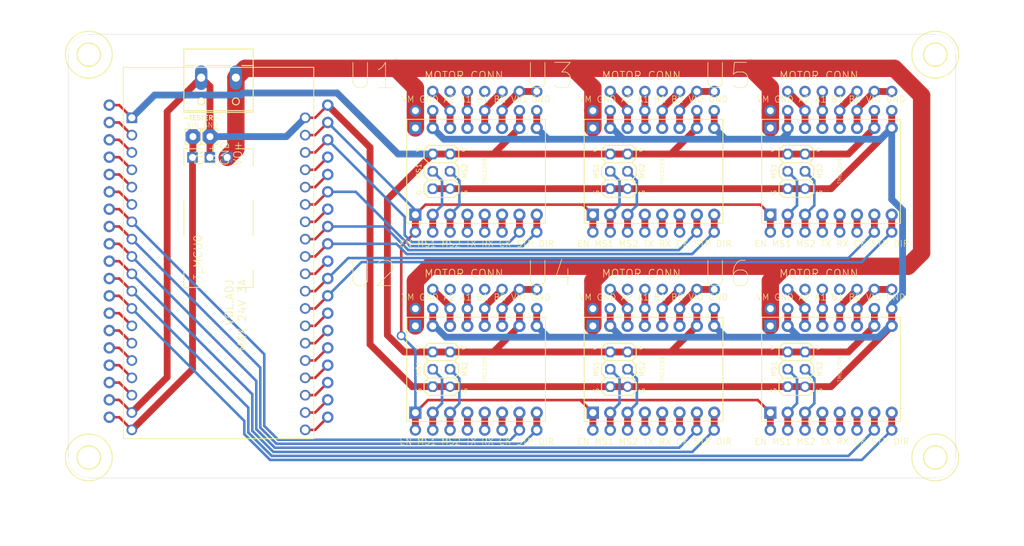
<source format=kicad_pcb>
(kicad_pcb (version 20211014) (generator pcbnew)
  (layers (0 "F.Cu" signal) (31 "B.Cu" signal) (34 "B.Paste" user) (35 "F.Paste" user) (36 "B.SilkS" user "B.Silkscreen") (37 "F.SilkS" user "F.Silkscreen") (38 "B.Mask" user) (39 "F.Mask" user) (44 "Edge.Cuts" user))
  (net 0 "")
  (net 1 "GND")
  (net 2 "VIN")
  (net 3 "EN")
  (net 4 "TX")
  (net 5 "RX")
  (net 6 "F_STEP")
  (net 7 "F_DIR")
  (net 8 "3V3")
  (net 9 "A2")
  (net 10 "A1")
  (net 11 "B1")
  (net 12 "B2")
  (net 13 "N$5")
  (net 14 "5V")
  (net 15 "N$8")
  (net 16 "N$9")
  (net 17 "N$10")
  (net 18 "N$11")
  (net 19 "N$12")
  (net 20 "N$19")
  (net 21 "N$20")
  (net 22 "N$21")
  (net 23 "N$22")
  (net 24 "N$23")
  (net 25 "N$25")
  (net 26 "N$26")
  (net 27 "N$27")
  (net 28 "N$28")
  (net 29 "N$29")
  (net 30 "N$30")
  (net 31 "N$33")
  (net 32 "N$36")
  (net 33 "N$38")
  (net 34 "N$4")
  (net 35 "TX2")
  (net 36 "RX2")
  (net 37 "A5")
  (net 38 "A6")
  (net 39 "B5")
  (net 40 "B6")
  (net 41 "N$7")
  (net 42 "TX3")
  (net 43 "RX3")
  (net 44 "A7")
  (net 45 "A8")
  (net 46 "B7")
  (net 47 "B8")
  (net 48 "N$24")
  (net 49 "TX5")
  (net 50 "RX5")
  (net 51 "A11")
  (net 52 "A12")
  (net 53 "B11")
  (net 54 "B12")
  (net 55 "N$43")
  (net 56 "TX7")
  (net 57 "RX7")
  (net 58 "A15")
  (net 59 "A16")
  (net 60 "B15")
  (net 61 "B16")
  (net 62 "N$45")
  (net 63 "TX9")
  (net 64 "RX9")
  (net 65 "A19")
  (net 66 "A20")
  (net 67 "B19")
  (net 68 "B20")
  (net 69 "N$47")
  (net 70 "A_MS1")
  (net 71 "A_MS2")
  (net 72 "A_STEP")
  (net 73 "A_DIR")
  (net 74 "B_MS1")
  (net 75 "B_MS2")
  (net 76 "B_STEP")
  (net 77 "B_DIR")
  (net 78 "D_MS1")
  (net 79 "D_MS2")
  (net 80 "D_STEP")
  (net 81 "D_DIR")
  (net 82 "C_MS1")
  (net 83 "C_MS2")
  (net 84 "C_STEP")
  (net 85 "C_DIR")
  (net 86 "E_MS1")
  (net 87 "E_MS2")
  (net 88 "E_STEP")
  (net 89 "E_DIR")
  (net 90 "F_MS1")
  (net 91 "F_MS2")
  (net 92 "P$444")
  (footprint "OST:3,2" (layer "F.Cu") (at 86.5011 134.5036)
    (fp_text reference "H3" hide)
    (fp_text value "MOUNT-HOLE3.2" hide)
  )
  (footprint "OST:3,2" (layer "F.Cu") (at 210.5011 75.5036 180)
    (fp_text reference "H2" hide)
    (fp_text value "MOUNT-HOLE3.2" hide)
  )
  (footprint "OST:19" (layer "F.Cu") (at 89.5011 128.6136 180)
    (fp_text reference "U$2" hide)
    (fp_text value "PINHD_1X19" hide)
  )
  (footprint "OST:MA03-2" (layer "F.Cu") (at 138.1511 121.5936 90)
    (fp_text reference "U$13" hide)
    (fp_text value "PINHD_3X2" hide)
  )
  (footprint "OST:W237-132" (layer "F.Cu") (at 105.5011 79.5036 180)
    (fp_text reference "X1" hide)
    (fp_text value "")
  )
  (footprint "OST:7" (layer "F.Cu") (at 136.8811 80.8936 90)
    (fp_text reference "U$6" hide)
    (fp_text value "PINHD_1X7" hide)
  )
  (footprint "OST:7" (layer "F.Cu") (at 188.8811 80.8936 90)
    (fp_text reference "U$26" hide)
    (fp_text value "PINHD_1X7" hide)
  )
  (footprint "OST:3,2" (layer "F.Cu") (at 210.5011 134.5036 180)
    (fp_text reference "H1" hide)
    (fp_text value "MOUNT-HOLE3.2" hide)
  )
  (footprint "OST:7" (layer "F.Cu") (at 188.8811 109.8936 90)
    (fp_text reference "U$42" hide)
    (fp_text value "PINHD_1X7" hide)
  )
  (footprint "OST:8" (layer "F.Cu") (at 160.3411 83.7036 90)
    (fp_text reference "U$15" hide)
    (fp_text value "PINHD_1X8" hide)
  )
  (footprint "OST:8" (layer "F.Cu") (at 178.1211 130.4836 -90)
    (fp_text reference "U$32" hide)
    (fp_text value "PINHD_1X8" hide)
  )
  (footprint "OST:TMC2209" (layer "F.Cu") (at 143.2311 92.5936 90)
    (fp_text reference "U1")
    (fp_text value "TMC2209_V3.1" hide)
  )
  (footprint "OST:8" (layer "F.Cu") (at 178.1211 101.4836 -90)
    (fp_text reference "U$16" hide)
    (fp_text value "PINHD_1X8" hide)
  )
  (footprint "OST:TMC2209" (layer "F.Cu") (at 143.2311 121.5936 90)
    (fp_text reference "U2")
    (fp_text value "TMC2209_V3.1" hide)
  )
  (footprint "OST:2,15_1,0" (layer "F.Cu") (at 101.7511 87.5036)
    (fp_text reference "PAD17" hide)
    (fp_text value "")
  )
  (footprint "OST:8" (layer "F.Cu") (at 152.1211 130.4836 -90)
    (fp_text reference "U$12" hide)
    (fp_text value "PINHD_1X8" hide)
  )
  (footprint "OST:TMC2209" (layer "F.Cu") (at 195.2311 92.5936 90)
    (fp_text reference "U5")
    (fp_text value "TMC2209_V3.1" hide)
  )
  (footprint "OST:MA03-2" (layer "F.Cu") (at 190.1511 92.5936 90)
    (fp_text reference "U$25" hide)
    (fp_text value "PINHD_3X2" hide)
  )
  (footprint "OST:8" (layer "F.Cu") (at 152.1211 101.4836 -90)
    (fp_text reference "U$4" hide)
    (fp_text value "PINHD_1X8" hide)
  )
  (footprint "OST:MA03-2" (layer "F.Cu") (at 164.1511 121.5936 90)
    (fp_text reference "U$33" hide)
    (fp_text value "PINHD_3X2" hide)
  )
  (footprint "OST:2,15_1,0" (layer "F.Cu") (at 104.2511 87.5036)
    (fp_text reference "PAD16" hide)
    (fp_text value "")
  )
  (footprint "OST:8" (layer "F.Cu") (at 186.3411 112.7036 90)
    (fp_text reference "U$39" hide)
    (fp_text value "PINHD_1X8" hide)
  )
  (footprint "OST:19" (layer "F.Cu") (at 121.5011 82.8936)
    (fp_text reference "U$1" hide)
    (fp_text value "PINHD_1X19" hide)
  )
  (footprint "OST:TMC2209" (layer "F.Cu") (at 195.2311 121.5936 90)
    (fp_text reference "U6")
    (fp_text value "TMC2209_V3.1" hide)
  )
  (footprint "OST:FREEVOL" (layer "F.Cu") (at 105.5011 99.4386 -90)
    (fp_text reference "T_MCU0")
    (fp_text value "VOL_ADJ" hide)
  )
  (footprint "OST:7" (layer "F.Cu") (at 136.8811 109.8936 90)
    (fp_text reference "U$14" hide)
    (fp_text value "PINHD_1X7" hide)
  )
  (footprint "OST:MODULE_ESP32-DEVKITC-32D" (layer "F.Cu") (at 105.5011 104.5036)
    (fp_text reference "MCU0" hide)
    (fp_text value "ESP32-DEVKITC-32D")
  )
  (footprint "OST:8" (layer "F.Cu") (at 204.1211 130.4836 -90)
    (fp_text reference "U$40" hide)
    (fp_text value "PINHD_1X8" hide)
  )
  (footprint "OST:MA03-2" (layer "F.Cu") (at 138.1511 92.5936 90)
    (fp_text reference "U$5" hide)
    (fp_text value "PINHD_3X2" hide)
  )
  (footprint "OST:8" (layer "F.Cu") (at 134.3411 83.7036 90)
    (fp_text reference "U$3" hide)
    (fp_text value "PINHD_1X8" hide)
  )
  (footprint "OST:8" (layer "F.Cu") (at 160.3411 112.7036 90)
    (fp_text reference "U$31" hide)
    (fp_text value "PINHD_1X8" hide)
  )
  (footprint "OST:8" (layer "F.Cu") (at 204.1211 101.4836 -90)
    (fp_text reference "U$24" hide)
    (fp_text value "PINHD_1X8" hide)
  )
  (footprint "OST:8" (layer "F.Cu") (at 134.3411 112.7036 90)
    (fp_text reference "U$11" hide)
    (fp_text value "PINHD_1X8" hide)
  )
  (footprint "OST:TMC2209" (layer "F.Cu") (at 169.2311 92.5936 90)
    (fp_text reference "U3")
    (fp_text value "TMC2209_V3.1" hide)
  )
  (footprint "OST:MA03-2" (layer "F.Cu") (at 164.1511 92.5936 90)
    (fp_text reference "U$17" hide)
    (fp_text value "PINHD_3X2" hide)
  )
  (footprint "OST:3,2" (layer "F.Cu") (at 86.5011 75.5036)
    (fp_text reference "H4" hide)
    (fp_text value "MOUNT-HOLE3.2" hide)
  )
  (footprint "OST:MA03-2" (layer "F.Cu") (at 190.1511 121.5936 90)
    (fp_text reference "U$41" hide)
    (fp_text value "PINHD_3X2" hide)
  )
  (footprint "OST:TMC2209" (layer "F.Cu") (at 169.2311 121.5936 90)
    (fp_text reference "U4")
    (fp_text value "TMC2209_V3.1" hide)
  )
  (footprint "OST:8" (layer "F.Cu") (at 186.3411 83.7036 90)
    (fp_text reference "U$23" hide)
    (fp_text value "PINHD_1X8" hide)
  )
  (footprint "OST:7" (layer "F.Cu") (at 162.8811 80.8936 90)
    (fp_text reference "U$18" hide)
    (fp_text value "PINHD_1X7" hide)
  )
  (footprint "OST:7" (layer "F.Cu") (at 162.8811 109.8936 90)
    (fp_text reference "U$34" hide)
    (fp_text value "PINHD_1X7" hide)
  )
  (gr_arc (start 213.5011 134.5036) (mid 212.62242 136.62492) (end 210.5011 137.5036) (layer "Edge.Cuts") (width 0.0254))
  (gr_arc (start 83.5011 75.5036) (mid 84.37978 73.38228) (end 86.5011 72.5036) (layer "Edge.Cuts") (width 0.0254))
  (gr_line (start 86.5011 137.5036) (end 210.5011 137.5036) (layer "Edge.Cuts") (width 0.05))
  (gr_line (start 83.5011 75.5036) (end 83.5011 134.5036) (layer "Edge.Cuts") (width 0.05))
  (gr_line (start 210.5011 72.5036) (end 86.5011 72.5036) (layer "Edge.Cuts") (width 0.05))
  (gr_arc (start 210.5011 72.5036) (mid 212.62242 73.38228) (end 213.5011 75.5036) (layer "Edge.Cuts") (width 0.0254))
  (gr_arc (start 86.5011 137.5036) (mid 84.37978 136.62492) (end 83.5011 134.5036) (layer "Edge.Cuts") (width 0.0254))
  (gr_line (start 213.5011 134.5036) (end 213.5011 75.5036) (layer "Edge.Cuts") (width 0.05))
  (gr_text "EN MS1 MS2 TX RX CK STP DIR" (at 169.3561 103.1936) (layer "F.SilkS") (effects (font (size 0.93472 0.93472) (thickness 0.08128))))
  (gr_text "" (at 105.2261 129.0386) (layer "F.SilkS") (effects (font (size 0.93472 0.93472) (thickness 0.08128)) (justify left)))
  (gr_text "MOTOR CONN" (at 141.4371 78.5744) (layer "F.SilkS") (effects (font (size 1.1684 1.1684) (thickness 0.1016))))
  (gr_text "EN MS1 MS2 TX RX CK STP DIR" (at 195.3561 132.1936) (layer "F.SilkS") (effects (font (size 0.93472 0.93472) (thickness 0.08128))))
  (gr_text "MOTOR CONN" (at 193.4371 78.5744) (layer "F.SilkS") (effects (font (size 1.1684 1.1684) (thickness 0.1016))))
  (gr_text "MOTOR CONN" (at 167.4371 107.5744) (layer "F.SilkS") (effects (font (size 1.1684 1.1684) (thickness 0.1016))))
  (gr_text "MOTOR CONN" (at 167.4371 78.5744) (layer "F.SilkS") (effects (font (size 1.1684 1.1684) (thickness 0.1016))))
  (gr_text "EN MS1 MS2 TX RX CK STP DIR" (at 143.3561 103.1936) (layer "F.SilkS") (effects (font (size 0.93472 0.93472) (thickness 0.08128))))
  (gr_text "VM GND A2 A1 B1 B2 VIO GND" (at 195.2261 111.0386) (layer "F.SilkS") (effects (font (size 0.93472 0.93472) (thickness 0.08128))))
  (gr_text "VIN" (at 101.7661 85.8338) (layer "F.SilkS") (effects (font (size 0.747776 0.747776) (thickness 0.065024))))
  (gr_text "VM GND A2 A1 B1 B2 VIO GND" (at 143.2261 111.0386) (layer "F.SilkS") (effects (font (size 0.93472 0.93472) (thickness 0.08128))))
  (gr_text "MOTOR CONN" (at 141.4371 107.5744) (layer "F.SilkS") (effects (font (size 1.1684 1.1684) (thickness 0.1016))))
  (gr_text "VM GND A2 A1 B1 B2 VIO GND" (at 195.2261 82.0386) (layer "F.SilkS") (effects (font (size 0.93472 0.93472) (thickness 0.08128))))
  (gr_text "GND" (at 104.3061 85.8084) (layer "F.SilkS") (effects (font (size 0.747776 0.747776) (thickness 0.065024))))
  (gr_text "EN MS1 MS2 TX RX CK STP DIR" (at 195.3561 103.1936) (layer "F.SilkS") (effects (font (size 0.93472 0.93472) (thickness 0.08128))))
  (gr_text "EN MS1 MS2 TX RX CK STP DIR" (at 143.3561 132.1936) (layer "F.SilkS") (effects (font (size 0.93472 0.93472) (thickness 0.08128))))
  (gr_text "EN MS1 MS2 TX RX CK STP DIR" (at 169.3561 132.1936) (layer "F.SilkS") (effects (font (size 0.93472 0.93472) (thickness 0.08128))))
  (gr_text "VM GND A2 A1 B1 B2 VIO GND" (at 143.2261 82.0386) (layer "F.SilkS") (effects (font (size 0.93472 0.93472) (thickness 0.08128))))
  (gr_text "MOTOR CONN" (at 193.4371 107.5744) (layer "F.SilkS") (effects (font (size 1.1684 1.1684) (thickness 0.1016))))
  (gr_text "VM GND A2 A1 B1 B2 VIO GND" (at 169.2261 111.0386) (layer "F.SilkS") (effects (font (size 0.93472 0.93472) (thickness 0.08128))))
  (gr_text "-TESTER-" (at 102.9361 84.7686) (layer "F.SilkS") (effects (font (size 0.666496 0.666496) (thickness 0.146304))))
  (gr_text "VM GND A2 A1 B1 B2 VIO GND" (at 169.2261 82.0386) (layer "F.SilkS") (effects (font (size 0.93472 0.93472) (thickness 0.08128))))
  (segment (start 121.5011 82.8936) (end 127.6971 89.0896) (width 1) (layer "F.Cu") (net 1))
  (segment (start 165.4211 95.1336) (end 188.8811 95.1336) (width 1) (layer "F.Cu") (net 1))
  (segment (start 188.8811 124.1336) (end 191.4211 124.1336) (width 1) (layer "F.Cu") (net 1))
  (segment (start 188.8811 112.7036) (end 188.8811 115.2436) (width 1) (layer "F.Cu") (net 1))
  (segment (start 162.8811 95.1336) (end 165.4211 95.1336) (width 1) (layer "F.Cu") (net 1))
  (segment (start 136.8811 83.7036) (end 136.8811 86.2436) (width 1) (layer "F.Cu") (net 1))
  (segment (start 162.8811 112.7036) (end 162.8811 115.2436) (width 1) (layer "F.Cu") (net 1))
  (segment (start 97.9791 122.7456) (end 97.9791 83.8506) (width 1) (layer "F.Cu") (net 1))
  (segment (start 191.4211 124.1336) (end 195.2311 124.1336) (width 1) (layer "F.Cu") (net 1))
  (segment (start 89.5011 126.0736) (end 90.9511 126.0736) (width 0.381) (layer "F.Cu") (net 1))
  (segment (start 204.1211 86.2436) (end 195.2311 95.1336) (width 1) (layer "F.Cu") (net 1))
  (segment (start 92.8011 127.9236) (end 97.9791 122.7456) (width 1) (layer "F.Cu") (net 1))
  (segment (start 204.1211 83.7036) (end 204.1211 86.2436) (width 1) (layer "F.Cu") (net 1))
  (segment (start 90.9511 126.0736) (end 92.8011 127.9236) (width 0.381) (layer "F.Cu") (net 1))
  (segment (start 119.6511 84.7436) (end 121.5011 82.8936) (width 0.381) (layer "F.Cu") (net 1))
  (segment (start 188.8811 124.1336) (end 165.4211 124.1336) (width 1) (layer "F.Cu") (net 1))
  (segment (start 152.1211 83.7036) (end 152.1211 86.2436) (width 1) (layer "F.Cu") (net 1))
  (segment (start 152.1211 112.7036) (end 152.1211 115.2436) (width 1) (layer "F.Cu") (net 1))
  (segment (start 136.8811 95.1336) (end 139.4211 95.1336) (width 1) (layer "F.Cu") (net 1))
  (segment (start 204.1211 112.7036) (end 204.1211 115.2436) (width 1) (layer "F.Cu") (net 1))
  (segment (start 178.1211 83.7036) (end 178.1211 86.2436) (width 1) (layer "F.Cu") (net 1))
  (segment (start 195.2311 124.1336) (end 204.1211 115.2436) (width 1) (layer "F.Cu") (net 1))
  (segment (start 162.8811 124.1336) (end 139.4211 124.1336) (width 1) (layer "F.Cu") (net 1))
  (segment (start 162.8811 124.1336) (end 165.4211 124.1336) (width 1) (layer "F.Cu") (net 1))
  (segment (start 188.8811 83.7036) (end 188.8811 86.2436) (width 1) (layer "F.Cu") (net 1))
  (segment (start 127.6971 117.9456) (end 133.8851 124.1336) (width 1) (layer "F.Cu") (net 1))
  (segment (start 104.2511 87.5036) (end 104.2511 90.5286) (width 1) (layer "F.Cu") (net 1))
  (segment (start 104.2511 90.5286) (end 104.2311 90.5486) (width 1) (layer "F.Cu") (net 1))
  (segment (start 118.2011 84.7436) (end 119.6511 84.7436) (width 0.381) (layer "F.Cu") (net 1))
  (segment (start 136.8811 124.1336) (end 139.4211 124.1336) (width 1) (layer "F.Cu") (net 1))
  (segment (start 133.8851 124.1336) (end 136.8811 124.1336) (width 1) (layer "F.Cu") (net 1))
  (segment (start 97.9791 83.8506) (end 102.9611 78.8686) (width 1) (layer "F.Cu") (net 1))
  (segment (start 102.9611 78.8686) (end 104.2511 80.1586) (width 1) (layer "F.Cu") (net 1))
  (segment (start 162.8811 83.7036) (end 162.8811 86.2436) (width 1) (layer "F.Cu") (net 1))
  (segment (start 136.8811 112.7036) (end 136.8811 115.2436) (width 1) (layer "F.Cu") (net 1))
  (segment (start 195.2311 95.1336) (end 191.4211 95.1336) (width 1) (layer "F.Cu") (net 1))
  (segment (start 127.6971 89.0896) (end 127.6971 117.9456) (width 1) (layer "F.Cu") (net 1))
  (segment (start 104.2511 80.1586) (end 104.2511 87.5036) (width 1) (layer "F.Cu") (net 1))
  (segment (start 188.8811 95.1336) (end 191.4211 95.1336) (width 1) (layer "F.Cu") (net 1))
  (segment (start 178.1211 112.7036) (end 178.1211 115.2436) (width 1) (layer "F.Cu") (net 1))
  (segment (start 139.4211 95.1336) (end 162.8811 95.1336) (width 1) (layer "F.Cu") (net 1))
  (segment (start 188.8811 86.2436) (end 188.8811 86.9876) (width 1) (layer "B.Cu") (net 1))
  (segment (start 204.1211 112.7036) (end 204.1211 112.073475) (width 1) (layer "B.Cu") (net 1))
  (segment (start 138.812387 116.8866) (end 153.7641 116.8866) (width 1) (layer "B.Cu") (net 1))
  (segment (start 115.4411 87.5036) (end 118.2011 84.7436) (width 1) (layer "B.Cu") (net 1))
  (segment (start 205.7133 110.481275) (end 205.7133 98.284088) (width 1) (layer "B.Cu") (net 1))
  (segment (start 162.8811 86.2436) (end 163.169387 86.2436) (width 1) (layer "B.Cu") (net 1))
  (segment (start 164.812387 87.8866) (end 153.7641 87.8866) (width 1) (layer "B.Cu") (net 1))
  (segment (start 153.7641 116.8866) (end 152.1211 115.2436) (width 1) (layer "B.Cu") (net 1))
  (segment (start 136.8811 115.2436) (end 137.169387 115.2436) (width 1) (layer "B.Cu") (net 1))
  (segment (start 204.1211 96.691888) (end 204.1211 86.2436) (width 1) (layer "B.Cu") (net 1))
  (segment (start 164.812387 87.8866) (end 179.7641 87.8866) (width 1) (layer "B.Cu") (net 1))
  (segment (start 190.5241 116.8866) (end 202.189812 116.8866) (width 1) (layer "B.Cu") (net 1))
  (segment (start 190.5241 116.8866) (end 188.8811 115.2436) (width 1) (layer "B.Cu") (net 1))
  (segment (start 153.7641 87.8866) (end 152.1211 86.2436) (width 1) (layer "B.Cu") (net 1))
  (segment (start 138.5241 87.8866) (end 136.8811 86.2436) (width 1) (layer "B.Cu") (net 1))
  (segment (start 104.2511 87.5036) (end 115.4411 87.5036) (width 1) (layer "B.Cu") (net 1))
  (segment (start 187.9821 87.8866) (end 202.4781 87.8866) (width 1) (layer "B.Cu") (net 1))
  (segment (start 153.7641 116.8866) (end 164.5241 116.8866) (width 1) (layer "B.Cu") (net 1))
  (segment (start 179.7641 116.8866) (end 178.1211 115.2436) (width 1) (layer "B.Cu") (net 1))
  (segment (start 202.4781 87.8866) (end 204.1211 86.2436) (width 1) (layer "B.Cu") (net 1))
  (segment (start 202.189812 116.8866) (end 203.832812 115.2436) (width 1) (layer "B.Cu") (net 1))
  (segment (start 163.169387 86.2436) (end 164.812387 87.8866) (width 1) (layer "B.Cu") (net 1))
  (segment (start 137.169387 115.2436) (end 138.812387 116.8866) (width 1) (layer "B.Cu") (net 1))
  (segment (start 179.7641 87.8866) (end 178.1211 86.2436) (width 1) (layer "B.Cu") (net 1))
  (segment (start 188.8811 86.9876) (end 187.9821 87.8866) (width 1) (layer "B.Cu") (net 1))
  (segment (start 179.7641 87.8866) (end 187.9821 87.8866) (width 1) (layer "B.Cu") (net 1))
  (segment (start 164.5241 116.8866) (end 162.8811 115.2436) (width 1) (layer "B.Cu") (net 1))
  (segment (start 203.832812 115.2436) (end 204.1211 115.2436) (width 1) (layer "B.Cu") (net 1))
  (segment (start 179.7641 116.8866) (end 190.5241 116.8866) (width 1) (layer "B.Cu") (net 1))
  (segment (start 205.7133 98.284088) (end 204.1211 96.691888) (width 1) (layer "B.Cu") (net 1))
  (segment (start 164.5241 116.8866) (end 179.7641 116.8866) (width 1) (layer "B.Cu") (net 1))
  (segment (start 153.7641 87.8866) (end 138.5241 87.8866) (width 1) (layer "B.Cu") (net 1))
  (segment (start 204.1211 112.073475) (end 205.7133 110.481275) (width 1) (layer "B.Cu") (net 1))
  (segment (start 160.3411 83.7036) (end 160.3411 86.2436) (width 2.54) (layer "F.Cu") (net 2))
  (segment (start 206.5011 106.5036) (end 188.5011 106.5036) (width 2.54) (layer "F.Cu") (net 2))
  (segment (start 183.5011 77.5036) (end 204.5011 77.5036) (width 2.54) (layer "F.Cu") (net 2))
  (segment (start 186.3411 112.7036) (end 186.3411 115.2436) (width 2.54) (layer "F.Cu") (net 2))
  (segment (start 204.5011 77.5036) (end 208.5011 81.5036) (width 2.54) (layer "F.Cu") (net 2))
  (segment (start 134.3411 80.3436) (end 131.5011 77.5036) (width 2.54) (layer "F.Cu") (net 2))
  (segment (start 108.0411 89.2786) (end 106.7711 90.5486) (width 2.54) (layer "F.Cu") (net 2))
  (segment (start 108.0411 78.8686) (end 109.4061 77.5036) (width 2.54) (layer "F.Cu") (net 2))
  (segment (start 208.5011 81.5036) (end 208.5011 104.5036) (width 2.54) (layer "F.Cu") (net 2))
  (segment (start 162.5011 106.5036) (end 136.5011 106.5036) (width 2.54) (layer "F.Cu") (net 2))
  (segment (start 131.5011 77.5036) (end 157.5011 77.5036) (width 2.54) (layer "F.Cu") (net 2))
  (segment (start 160.3411 108.6636) (end 162.5011 106.5036) (width 2.54) (layer "F.Cu") (net 2))
  (segment (start 108.0411 78.8686) (end 108.0411 89.2786) (width 2.54) (layer "F.Cu") (net 2))
  (segment (start 134.3411 108.6636) (end 134.3411 112.7036) (width 2.54) (layer "F.Cu") (net 2))
  (segment (start 160.3411 112.7036) (end 160.3411 115.2436) (width 2.54) (layer "F.Cu") (net 2))
  (segment (start 136.5011 106.5036) (end 134.3411 108.6636) (width 2.54) (layer "F.Cu") (net 2))
  (segment (start 208.5011 104.5036) (end 206.5011 106.5036) (width 2.54) (layer "F.Cu") (net 2))
  (segment (start 160.3411 112.7036) (end 160.3411 108.6636) (width 2.54) (layer "F.Cu") (net 2))
  (segment (start 109.4061 77.5036) (end 131.5011 77.5036) (width 2.54) (layer "F.Cu") (net 2))
  (segment (start 134.3411 83.7036) (end 134.3411 86.2436) (width 2.54) (layer "F.Cu") (net 2))
  (segment (start 188.5011 106.5036) (end 162.5011 106.5036) (width 2.54) (layer "F.Cu") (net 2))
  (segment (start 157.5011 77.5036) (end 183.5011 77.5036) (width 2.54) (layer "F.Cu") (net 2))
  (segment (start 160.3411 83.7036) (end 160.3411 80.3436) (width 2.54) (layer "F.Cu") (net 2))
  (segment (start 186.3411 108.6636) (end 188.5011 106.5036) (width 2.54) (layer "F.Cu") (net 2))
  (segment (start 134.3411 112.7036) (end 134.3411 115.2436) (width 2.54) (layer "F.Cu") (net 2))
  (segment (start 186.3411 83.7036) (end 186.3411 86.2436) (width 2.54) (layer "F.Cu") (net 2))
  (segment (start 160.3411 80.3436) (end 157.5011 77.5036) (width 2.54) (layer "F.Cu") (net 2))
  (segment (start 134.3411 83.7036) (end 134.3411 80.3436) (width 2.54) (layer "F.Cu") (net 2))
  (segment (start 186.3411 80.3436) (end 183.5011 77.5036) (width 2.54) (layer "F.Cu") (net 2))
  (segment (start 186.3411 112.7036) (end 186.3411 108.6636) (width 2.54) (layer "F.Cu") (net 2))
  (segment (start 186.3411 83.7036) (end 186.3411 80.3436) (width 2.54) (layer "F.Cu") (net 2))
  (segment (start 158.8661 97.4686) (end 184.8661 97.4686) (width 0.381) (layer "F.Cu") (net 3))
  (segment (start 136.1811 126.1036) (end 158.5011 126.1036) (width 0.381) (layer "F.Cu") (net 3))
  (segment (start 184.5011 126.1036) (end 186.3411 127.9436) (width 0.381) (layer "F.Cu") (net 3))
  (segment (start 184.8661 97.4686) (end 186.3411 98.9436) (width 0.381) (layer "F.Cu") (net 3))
  (segment (start 158.5011 126.1036) (end 160.3411 127.9436) (width 0.381) (layer "F.Cu") (net 3))
  (segment (start 186.3411 98.9436) (end 186.3411 101.4836) (width 1) (layer "F.Cu") (net 3))
  (segment (start 135.8161 97.4686) (end 158.8661 97.4686) (width 0.381) (layer "F.Cu") (net 3))
  (segment (start 132.2691 103.5556) (end 132.2691 116.6756) (width 0.381) (layer "F.Cu") (net 3))
  (segment (start 134.3411 101.4836) (end 132.2691 103.5556) (width 0.381) (layer "F.Cu") (net 3))
  (segment (start 134.3411 127.9436) (end 136.1811 126.1036) (width 0.381) (layer "F.Cu") (net 3))
  (segment (start 160.3411 98.9436) (end 160.3411 101.4836) (width 1) (layer "F.Cu") (net 3))
  (segment (start 158.8661 97.4686) (end 160.3411 98.9436) (width 0.381) (layer "F.Cu") (net 3))
  (segment (start 118.2011 87.2836) (end 119.6511 87.2836) (width 0.381) (layer "F.Cu") (net 3))
  (segment (start 158.5011 126.1036) (end 184.5011 126.1036) (width 0.381) (layer "F.Cu") (net 3))
  (segment (start 134.3411 127.9436) (end 134.3411 130.4836) (width 1) (layer "F.Cu") (net 3))
  (segment (start 186.3411 127.9436) (end 186.3411 130.4836) (width 1) (layer "F.Cu") (net 3))
  (segment (start 119.6511 87.2836) (end 121.5011 85.4336) (width 0.381) (layer "F.Cu") (net 3))
  (segment (start 134.3411 98.9436) (end 134.3411 101.4836) (width 1) (layer "F.Cu") (net 3))
  (segment (start 160.3411 127.9436) (end 160.3411 130.4836) (width 1) (layer "F.Cu") (net 3))
  (segment (start 134.3411 98.9436) (end 135.8161 97.4686) (width 0.381) (layer "F.Cu") (net 3))
  (via (at 132.2691 116.6756) (size 1.2954) (drill 0.889) (layers "F.Cu" "B.Cu") (net 3))
  (segment (start 134.3411 118.7476) (end 134.3411 127.9436) (width 0.381) (layer "B.Cu") (net 3))
  (segment (start 132.2691 116.6756) (end 134.3411 118.7476) (width 0.381) (layer "B.Cu") (net 3))
  (segment (start 134.3411 98.2736) (end 134.3411 98.9436) (width 0.381) (layer "B.Cu") (net 3))
  (segment (start 121.5011 85.4336) (end 134.3411 98.2736) (width 0.381) (layer "B.Cu") (net 3))
  (segment (start 141.9611 98.9436) (end 141.9611 101.4836) (width 1) (layer "F.Cu") (net 4))
  (segment (start 144.5011 98.9436) (end 144.5011 101.4836) (width 1) (layer "F.Cu") (net 5))
  (segment (start 201.5811 127.9436) (end 201.5811 130.4836) (width 1) (layer "F.Cu") (net 6))
  (segment (start 89.5011 108.2936) (end 90.9511 108.2936) (width 0.381) (layer "F.Cu") (net 6))
  (segment (start 90.9511 108.2936) (end 92.8011 110.1436) (width 0.381) (layer "F.Cu") (net 6))
  (segment (start 197.7869 134.2778) (end 201.5811 130.4836) (width 0.381) (layer "B.Cu") (net 6))
  (segment (start 92.8011 110.1436) (end 109.8663 127.2088) (width 0.381) (layer "B.Cu") (net 6))
  (segment (start 109.8663 130.85155) (end 113.29255 134.2778) (width 0.381) (layer "B.Cu") (net 6))
  (segment (start 113.29255 134.2778) (end 197.7869 134.2778) (width 0.381) (layer "B.Cu") (net 6))
  (segment (start 109.8663 127.2088) (end 109.8663 130.85155) (width 0.381) (layer "B.Cu") (net 6))
  (segment (start 204.1211 127.9436) (end 204.1211 130.4836) (width 1) (layer "F.Cu") (net 7))
  (segment (start 90.9511 110.8336) (end 92.8011 112.6836) (width 0.381) (layer "F.Cu") (net 7))
  (segment (start 89.5011 110.8336) (end 90.9511 110.8336) (width 0.381) (layer "F.Cu") (net 7))
  (segment (start 199.7411 134.8636) (end 204.1211 130.4836) (width 0.381) (layer "B.Cu") (net 7))
  (segment (start 109.2821 129.1646) (end 109.2821 131.093538) (width 0.381) (layer "B.Cu") (net 7))
  (segment (start 92.8011 112.6836) (end 109.2821 129.1646) (width 0.381) (layer "B.Cu") (net 7))
  (segment (start 113.052162 134.8636) (end 199.7411 134.8636) (width 0.381) (layer "B.Cu") (net 7))
  (segment (start 109.2821 131.093538) (end 113.052162 134.8636) (width 0.381) (layer "B.Cu") (net 7))
  (segment (start 175.5811 115.2436) (end 171.7711 119.0536) (width 1) (layer "F.Cu") (net 8))
  (segment (start 139.4211 90.0536) (end 145.7711 90.0536) (width 1) (layer "F.Cu") (net 8))
  (segment (start 165.4211 90.0536) (end 171.7711 90.0536) (width 1) (layer "F.Cu") (net 8))
  (segment (start 201.5811 112.7036) (end 201.5811 115.2436) (width 1) (layer "F.Cu") (net 8))
  (segment (start 188.8811 119.0536) (end 191.4211 119.0536) (width 1) (layer "F.Cu") (net 8))
  (segment (start 136.8811 90.0536) (end 130.2371 96.6976) (width 1) (layer "F.Cu") (net 8))
  (segment (start 201.5811 83.7036) (end 201.5811 86.2436) (width 1) (layer "F.Cu") (net 8))
  (segment (start 171.7711 90.0536) (end 175.5811 86.2436) (width 1) (layer "F.Cu") (net 8))
  (segment (start 145.7711 119.0536) (end 162.8811 119.0536) (width 1) (layer "F.Cu") (net 8))
  (segment (start 197.7711 90.0536) (end 201.5811 86.2436) (width 1) (layer "F.Cu") (net 8))
  (segment (start 171.7711 119.0536) (end 188.8811 119.0536) (width 1) (layer "F.Cu") (net 8))
  (segment (start 90.9511 82.8936) (end 92.8011 84.7436) (width 0.381) (layer "F.Cu") (net 8))
  (segment (start 188.8811 90.0536) (end 191.4211 90.0536) (width 1) (layer "F.Cu") (net 8))
  (segment (start 130.2371 116.581007) (end 132.709693 119.0536) (width 1) (layer "F.Cu") (net 8))
  (segment (start 162.8811 119.0536) (end 165.4211 119.0536) (width 1) (layer "F.Cu") (net 8))
  (segment (start 136.8811 90.0536) (end 139.4211 90.0536) (width 1) (layer "F.Cu") (net 8))
  (segment (start 136.8811 119.0536) (end 139.4211 119.0536) (width 1) (layer "F.Cu") (net 8))
  (segment (start 145.7711 90.0536) (end 162.8811 90.0536) (width 1) (layer "F.Cu") (net 8))
  (segment (start 171.7711 90.0536) (end 188.8811 90.0536) (width 1) (layer "F.Cu") (net 8))
  (segment (start 197.7711 119.0536) (end 201.5811 115.2436) (width 1) (layer "F.Cu") (net 8))
  (segment (start 175.5811 83.7036) (end 175.5811 86.2436) (width 1) (layer "F.Cu") (net 8))
  (segment (start 132.709693 119.0536) (end 136.8811 119.0536) (width 1) (layer "F.Cu") (net 8))
  (segment (start 149.5811 83.7036) (end 149.5811 86.2436) (width 1) (layer "F.Cu") (net 8))
  (segment (start 175.5811 112.7036) (end 175.5811 115.2436) (width 1) (layer "F.Cu") (net 8))
  (segment (start 191.4211 119.0536) (end 197.7711 119.0536) (width 1) (layer "F.Cu") (net 8))
  (segment (start 191.4211 90.0536) (end 197.7711 90.0536) (width 1) (layer "F.Cu") (net 8))
  (segment (start 149.5811 115.2436) (end 145.7711 119.0536) (width 1) (layer "F.Cu") (net 8))
  (segment (start 130.2371 96.6976) (end 130.2371 116.581007) (width 1) (layer "F.Cu") (net 8))
  (segment (start 149.5811 86.2436) (end 145.7711 90.0536) (width 1) (layer "F.Cu") (net 8))
  (segment (start 165.4211 119.0536) (end 171.7711 119.0536) (width 1) (layer "F.Cu") (net 8))
  (segment (start 149.5811 112.7036) (end 149.5811 115.2436) (width 1) (layer "F.Cu") (net 8))
  (segment (start 139.4211 119.0536) (end 145.7711 119.0536) (width 1) (layer "F.Cu") (net 8))
  (segment (start 162.8811 90.0536) (end 165.4211 90.0536) (width 1) (layer "F.Cu") (net 8))
  (segment (start 89.5011 82.8936) (end 90.9511 82.8936) (width 0.381) (layer "F.Cu") (net 8))
  (segment (start 122.8711 81.1156) (end 131.8091 90.0536) (width 1) (layer "B.Cu") (net 8))
  (segment (start 131.8091 90.0536) (end 136.8811 90.0536) (width 1) (layer "B.Cu") (net 8))
  (segment (start 108.724287 81.4133) (end 109.021987 81.1156) (width 1) (layer "B.Cu") (net 8))
  (segment (start 109.021987 81.1156) (end 122.8711 81.1156) (width 1) (layer "B.Cu") (net 8))
  (segment (start 92.8011 84.7436) (end 96.1314 81.4133) (width 1) (layer "B.Cu") (net 8))
  (segment (start 96.1314 81.4133) (end 108.724287 81.4133) (width 1) (layer "B.Cu") (net 8))
  (segment (start 139.4211 83.4336) (end 139.4211 83.7036) (width 1) (layer "F.Cu") (net 9))
  (segment (start 139.4211 83.7036) (end 139.4211 86.2436) (width 1) (layer "F.Cu") (net 9))
  (segment (start 136.8811 80.8936) (end 139.4211 83.4336) (width 1) (layer "F.Cu") (net 9))
  (segment (start 141.9611 83.7036) (end 141.9611 80.8936) (width 1) (layer "F.Cu") (net 10))
  (segment (start 141.9611 86.2436) (end 141.9611 83.7036) (width 1) (layer "F.Cu") (net 10))
  (segment (start 144.5011 83.4336) (end 147.0411 80.8936) (width 1) (layer "F.Cu") (net 11))
  (segment (start 144.5011 83.7036) (end 144.5011 83.4336) (width 1) (layer "F.Cu") (net 11))
  (segment (start 144.5011 86.2436) (end 144.5011 83.7036) (width 1) (layer "F.Cu") (net 11))
  (segment (start 147.0411 83.7036) (end 147.0411 83.4336) (width 1) (layer "F.Cu") (net 12))
  (segment (start 149.5811 80.8936) (end 152.1211 80.8936) (width 1) (layer "F.Cu") (net 12))
  (segment (start 147.0411 83.4336) (end 149.5811 80.8936) (width 1) (layer "F.Cu") (net 12))
  (segment (start 147.0411 86.2436) (end 147.0411 83.7036) (width 1) (layer "F.Cu") (net 12))
  (segment (start 119.6511 130.4636) (end 121.5011 128.6136) (width 0.381) (layer "F.Cu") (net 13))
  (segment (start 118.2011 130.4636) (end 119.6511 130.4636) (width 0.381) (layer "F.Cu") (net 13))
  (segment (start 90.9511 128.6136) (end 92.8011 130.4636) (width 0.381) (layer "F.Cu") (net 14))
  (segment (start 89.5011 128.6136) (end 90.9511 128.6136) (width 0.381) (layer "F.Cu") (net 14))
  (segment (start 101.6911 121.5736) (end 92.8011 130.4636) (width 1) (layer "F.Cu") (net 14))
  (segment (start 101.7511 90.4886) (end 101.6911 90.5486) (width 1) (layer "F.Cu") (net 14))
  (segment (start 101.6911 90.5486) (end 101.6911 121.5736) (width 1) (layer "F.Cu") (net 14))
  (segment (start 101.7511 87.5036) (end 101.7511 90.4886) (width 1) (layer "F.Cu") (net 14))
  (segment (start 90.9511 85.4336) (end 92.8011 87.2836) (width 0.381) (layer "F.Cu") (net 15))
  (segment (start 89.5011 85.4336) (end 90.9511 85.4336) (width 0.381) (layer "F.Cu") (net 15))
  (segment (start 90.9511 87.9736) (end 92.8011 89.8236) (width 0.381) (layer "F.Cu") (net 16))
  (segment (start 89.5011 87.9736) (end 90.9511 87.9736) (width 0.381) (layer "F.Cu") (net 16))
  (segment (start 90.9511 90.5136) (end 92.8011 92.3636) (width 0.381) (layer "F.Cu") (net 17))
  (segment (start 89.5011 90.5136) (end 90.9511 90.5136) (width 0.381) (layer "F.Cu") (net 17))
  (segment (start 89.5011 93.0536) (end 90.9511 93.0536) (width 0.381) (layer "F.Cu") (net 18))
  (segment (start 90.9511 93.0536) (end 92.8011 94.9036) (width 0.381) (layer "F.Cu") (net 18))
  (segment (start 89.5011 95.5936) (end 90.9511 95.5936) (width 0.381) (layer "F.Cu") (net 19))
  (segment (start 90.9511 95.5936) (end 92.8011 97.4436) (width 0.381) (layer "F.Cu") (net 19))
  (segment (start 90.9511 113.3736) (end 92.8011 115.2236) (width 0.381) (layer "F.Cu") (net 20))
  (segment (start 89.5011 113.3736) (end 90.9511 113.3736) (width 0.381) (layer "F.Cu") (net 20))
  (segment (start 90.9511 115.9136) (end 92.8011 117.7636) (width 0.381) (layer "F.Cu") (net 21))
  (segment (start 89.5011 115.9136) (end 90.9511 115.9136) (width 0.381) (layer "F.Cu") (net 21))
  (segment (start 89.5011 118.4536) (end 90.9511 118.4536) (width 0.381) (layer "F.Cu") (net 22))
  (segment (start 90.9511 118.4536) (end 92.8011 120.3036) (width 0.381) (layer "F.Cu") (net 22))
  (segment (start 89.5011 120.9936) (end 90.9511 120.9936) (width 0.381) (layer "F.Cu") (net 23))
  (segment (start 90.9511 120.9936) (end 92.8011 122.8436) (width 0.381) (layer "F.Cu") (net 23))
  (segment (start 90.9511 123.5336) (end 92.8011 125.3836) (width 0.381) (layer "F.Cu") (net 24))
  (segment (start 89.5011 123.5336) (end 90.9511 123.5336) (width 0.381) (layer "F.Cu") (net 24))
  (segment (start 119.6511 127.9236) (end 121.5011 126.0736) (width 0.381) (layer "F.Cu") (net 25))
  (segment (start 118.2011 127.9236) (end 119.6511 127.9236) (width 0.381) (layer "F.Cu") (net 25))
  (segment (start 119.6511 125.3836) (end 121.5011 123.5336) (width 0.381) (layer "F.Cu") (net 26))
  (segment (start 118.2011 125.3836) (end 119.6511 125.3836) (width 0.381) (layer "F.Cu") (net 26))
  (segment (start 119.6511 122.8436) (end 121.5011 120.9936) (width 0.381) (layer "F.Cu") (net 27))
  (segment (start 118.2011 122.8436) (end 119.6511 122.8436) (width 0.381) (layer "F.Cu") (net 27))
  (segment (start 118.2011 120.3036) (end 119.6511 120.3036) (width 0.381) (layer "F.Cu") (net 28))
  (segment (start 119.6511 120.3036) (end 121.5011 118.4536) (width 0.381) (layer "F.Cu") (net 28))
  (segment (start 119.6511 117.7636) (end 121.5011 115.9136) (width 0.381) (layer "F.Cu") (net 29))
  (segment (start 118.2011 117.7636) (end 119.6511 117.7636) (width 0.381) (layer "F.Cu") (net 29))
  (segment (start 119.6511 115.2236) (end 121.5011 113.3736) (width 0.381) (layer "F.Cu") (net 30))
  (segment (start 118.2011 115.2236) (end 119.6511 115.2236) (width 0.381) (layer "F.Cu") (net 30))
  (segment (start 119.6511 107.6036) (end 121.5011 105.7536) (width 0.381) (layer "F.Cu") (net 31))
  (segment (start 118.2011 107.6036) (end 119.6511 107.6036) (width 0.381) (layer "F.Cu") (net 31))
  (segment (start 118.2011 99.9836) (end 119.6511 99.9836) (width 0.381) (layer "F.Cu") (net 32))
  (segment (start 119.6511 99.9836) (end 121.5011 98.1336) (width 0.381) (layer "F.Cu") (net 32))
  (segment (start 118.2011 94.9036) (end 119.6511 94.9036) (width 0.381) (layer "F.Cu") (net 33))
  (segment (start 119.6511 94.9036) (end 121.5011 93.0536) (width 0.381) (layer "F.Cu") (net 33))
  (segment (start 147.0411 98.9436) (end 147.0411 101.4836) (width 1) (layer "F.Cu") (net 34))
  (segment (start 141.9611 127.9436) (end 141.9611 130.4836) (width 1) (layer "F.Cu") (net 35))
  (segment (start 144.5011 127.9436) (end 144.5011 130.4836) (width 1) (layer "F.Cu") (net 36))
  (segment (start 136.8811 109.8936) (end 139.4211 112.4336) (width 1) (layer "F.Cu") (net 37))
  (segment (start 139.4211 112.7036) (end 139.4211 115.2436) (width 1) (layer "F.Cu") (net 37))
  (segment (start 139.4211 112.4336) (end 139.4211 112.7036) (width 1) (layer "F.Cu") (net 37))
  (segment (start 141.9611 112.7036) (end 141.9611 109.8936) (width 1) (layer "F.Cu") (net 38))
  (segment (start 141.9611 115.2436) (end 141.9611 112.7036) (width 1) (layer "F.Cu") (net 38))
  (segment (start 144.5011 115.2436) (end 144.5011 112.7036) (width 1) (layer "F.Cu") (net 39))
  (segment (start 144.5011 112.7036) (end 144.5011 112.4336) (width 1) (layer "F.Cu") (net 39))
  (segment (start 144.5011 112.4336) (end 147.0411 109.8936) (width 1) (layer "F.Cu") (net 39))
  (segment (start 147.0411 115.2436) (end 147.0411 112.7036) (width 1) (layer "F.Cu") (net 40))
  (segment (start 149.5811 109.8936) (end 152.1211 109.8936) (width 1) (layer "F.Cu") (net 40))
  (segment (start 147.0411 112.7036) (end 147.0411 112.4336) (width 1) (layer "F.Cu") (net 40))
  (segment (start 147.0411 112.4336) (end 149.5811 109.8936) (width 1) (layer "F.Cu") (net 40))
  (segment (start 147.0411 127.9436) (end 147.0411 130.4836) (width 1) (layer "F.Cu") (net 41))
  (segment (start 167.9611 98.9436) (end 167.9611 101.4836) (width 1) (layer "F.Cu") (net 42))
  (segment (start 170.5011 98.9436) (end 170.5011 101.4836) (width 1) (layer "F.Cu") (net 43))
  (segment (start 162.8811 80.8936) (end 165.4211 83.4336) (width 1) (layer "F.Cu") (net 44))
  (segment (start 165.4211 83.7036) (end 165.4211 86.2436) (width 1) (layer "F.Cu") (net 44))
  (segment (start 165.4211 83.4336) (end 165.4211 83.7036) (width 1) (layer "F.Cu") (net 44))
  (segment (start 167.9611 86.2436) (end 167.9611 83.7036) (width 1) (layer "F.Cu") (net 45))
  (segment (start 167.9611 83.7036) (end 167.9611 80.8936) (width 1) (layer "F.Cu") (net 45))
  (segment (start 170.5011 83.4336) (end 173.0411 80.8936) (width 1) (layer "F.Cu") (net 46))
  (segment (start 170.5011 83.7036) (end 170.5011 83.4336) (width 1) (layer "F.Cu") (net 46))
  (segment (start 170.5011 86.2436) (end 170.5011 83.7036) (width 1) (layer "F.Cu") (net 46))
  (segment (start 173.0411 86.2436) (end 173.0411 83.7036) (width 1) (layer "F.Cu") (net 47))
  (segment (start 173.0411 83.4336) (end 175.5811 80.8936) (width 1) (layer "F.Cu") (net 47))
  (segment (start 173.0411 83.7036) (end 173.0411 83.4336) (width 1) (layer "F.Cu") (net 47))
  (segment (start 175.5811 80.8936) (end 178.1211 80.8936) (width 1) (layer "F.Cu") (net 47))
  (segment (start 173.0411 98.9436) (end 173.0411 101.4836) (width 1) (layer "F.Cu") (net 48))
  (segment (start 193.9611 98.9436) (end 193.9611 101.4836) (width 1) (layer "F.Cu") (net 49))
  (segment (start 196.5011 98.9436) (end 196.5011 101.4836) (width 1) (layer "F.Cu") (net 50))
  (segment (start 191.4211 83.7036) (end 191.4211 86.2436) (width 1) (layer "F.Cu") (net 51))
  (segment (start 188.8811 80.8936) (end 191.4211 83.4336) (width 1) (layer "F.Cu") (net 51))
  (segment (start 191.4211 83.4336) (end 191.4211 83.7036) (width 1) (layer "F.Cu") (net 51))
  (segment (start 193.9611 86.2436) (end 193.9611 83.7036) (width 1) (layer "F.Cu") (net 52))
  (segment (start 193.9611 83.7036) (end 193.9611 80.8936) (width 1) (layer "F.Cu") (net 52))
  (segment (start 196.5011 83.4336) (end 199.0411 80.8936) (width 1) (layer "F.Cu") (net 53))
  (segment (start 196.5011 86.2436) (end 196.5011 83.7036) (width 1) (layer "F.Cu") (net 53))
  (segment (start 196.5011 83.7036) (end 196.5011 83.4336) (width 1) (layer "F.Cu") (net 53))
  (segment (start 199.0411 83.7036) (end 199.0411 83.4336) (width 1) (layer "F.Cu") (net 54))
  (segment (start 199.0411 86.2436) (end 199.0411 83.7036) (width 1) (layer "F.Cu") (net 54))
  (segment (start 199.0411 83.4336) (end 201.5811 80.8936) (width 1) (layer "F.Cu") (net 54))
  (segment (start 201.5811 80.8936) (end 204.1211 80.8936) (width 1) (layer "F.Cu") (net 54))
  (segment (start 199.0411 98.9436) (end 199.0411 101.4836) (width 1) (layer "F.Cu") (net 55))
  (segment (start 167.9611 127.9436) (end 167.9611 130.4836) (width 1) (layer "F.Cu") (net 56))
  (segment (start 170.5011 127.9436) (end 170.5011 130.4836) (width 1) (layer "F.Cu") (net 57))
  (segment (start 165.4211 112.7036) (end 165.4211 115.2436) (width 1) (layer "F.Cu") (net 58))
  (segment (start 162.8811 109.8936) (end 165.4211 112.4336) (width 1) (layer "F.Cu") (net 58))
  (segment (start 165.4211 112.4336) (end 165.4211 112.7036) (width 1) (layer "F.Cu") (net 58))
  (segment (start 167.9611 115.2436) (end 167.9611 112.7036) (width 1) (layer "F.Cu") (net 59))
  (segment (start 167.9611 112.7036) (end 167.9611 109.8936) (width 1) (layer "F.Cu") (net 59))
  (segment (start 170.5011 115.2436) (end 170.5011 112.7036) (width 1) (layer "F.Cu") (net 60))
  (segment (start 170.5011 112.4336) (end 173.0411 109.8936) (width 1) (layer "F.Cu") (net 60))
  (segment (start 170.5011 112.7036) (end 170.5011 112.4336) (width 1) (layer "F.Cu") (net 60))
  (segment (start 173.0411 112.4336) (end 175.5811 109.8936) (width 1) (layer "F.Cu") (net 61))
  (segment (start 173.0411 112.7036) (end 173.0411 112.4336) (width 1) (layer "F.Cu") (net 61))
  (segment (start 175.5811 109.8936) (end 178.1211 109.8936) (width 1) (layer "F.Cu") (net 61))
  (segment (start 173.0411 115.2436) (end 173.0411 112.7036) (width 1) (layer "F.Cu") (net 61))
  (segment (start 173.0411 127.9436) (end 173.0411 130.4836) (width 1) (layer "F.Cu") (net 62))
  (segment (start 193.9611 127.9436) (end 193.9611 130.4836) (width 1) (layer "F.Cu") (net 63))
  (segment (start 196.5011 127.9436) (end 196.5011 130.4836) (width 1) (layer "F.Cu") (net 64))
  (segment (start 191.4211 112.4336) (end 191.4211 112.7036) (width 1) (layer "F.Cu") (net 65))
  (segment (start 191.4211 112.7036) (end 191.4211 115.2436) (width 1) (layer "F.Cu") (net 65))
  (segment (start 188.8811 109.8936) (end 191.4211 112.4336) (width 1) (layer "F.Cu") (net 65))
  (segment (start 193.9611 115.2436) (end 193.9611 112.7036) (width 1) (layer "F.Cu") (net 66))
  (segment (start 193.9611 112.7036) (end 193.9611 109.8936) (width 1) (layer "F.Cu") (net 66))
  (segment (start 196.5011 112.7036) (end 196.5011 112.4336) (width 1) (layer "F.Cu") (net 67))
  (segment (start 196.5011 115.2436) (end 196.5011 112.7036) (width 1) (layer "F.Cu") (net 67))
  (segment (start 196.5011 112.4336) (end 199.0411 109.8936) (width 1) (layer "F.Cu") (net 67))
  (segment (start 199.0411 112.4336) (end 201.5811 109.8936) (width 1) (layer "F.Cu") (net 68))
  (segment (start 199.0411 115.2436) (end 199.0411 112.7036) (width 1) (layer "F.Cu") (net 68))
  (segment (start 201.5811 109.8936) (end 204.1211 109.8936) (width 1) (layer "F.Cu") (net 68))
  (segment (start 199.0411 112.7036) (end 199.0411 112.4336) (width 1) (layer "F.Cu") (net 68))
  (segment (start 199.0411 127.9436) (end 199.0411 130.4836) (width 1) (layer "F.Cu") (net 69))
  (segment (start 136.8811 98.9436) (end 136.8811 101.4836) (width 1) (layer "F.Cu") (net 70))
  (segment (start 136.8811 98.9436) (end 138.2461 97.5786) (width 0.381) (layer "B.Cu") (net 70))
  (segment (start 136.8811 92.5936) (end 138.2461 93.9586) (width 0.381) (layer "B.Cu") (net 70))
  (segment (start 138.2461 97.5786) (end 138.2461 93.9586) (width 0.381) (layer "B.Cu") (net 70))
  (segment (start 139.4211 98.9436) (end 139.4211 101.4836) (width 1) (layer "F.Cu") (net 71))
  (segment (start 140.7861 93.9586) (end 139.4211 92.5936) (width 0.381) (layer "B.Cu") (net 71))
  (segment (start 140.7861 97.5786) (end 140.7861 93.9586) (width 0.381) (layer "B.Cu") (net 71))
  (segment (start 139.4211 98.9436) (end 140.7861 97.5786) (width 0.381) (layer "B.Cu") (net 71))
  (segment (start 149.5811 98.9436) (end 149.5811 101.4836) (width 1) (layer "F.Cu") (net 72))
  (segment (start 119.6511 89.8236) (end 121.5011 87.9736) (width 0.381) (layer "F.Cu") (net 72))
  (segment (start 118.2011 89.8236) (end 119.6511 89.8236) (width 0.381) (layer "F.Cu") (net 72))
  (segment (start 132.7771 99.2496) (end 132.7771 101.9436) (width 0.381) (layer "B.Cu") (net 72))
  (segment (start 132.7771 101.9436) (end 133.7931 102.9596) (width 0.381) (layer "B.Cu") (net 72))
  (segment (start 148.1051 102.9596) (end 149.5811 101.4836) (width 0.381) (layer "B.Cu") (net 72))
  (segment (start 133.7931 102.9596) (end 148.1051 102.9596) (width 0.381) (layer "B.Cu") (net 72))
  (segment (start 121.5011 87.9736) (end 132.7771 99.2496) (width 0.381) (layer "B.Cu") (net 72))
  (segment (start 152.1211 98.9436) (end 152.1211 101.4836) (width 1) (layer "F.Cu") (net 73))
  (segment (start 119.6511 97.4436) (end 121.5011 95.5936) (width 0.381) (layer "F.Cu") (net 73))
  (segment (start 118.2011 97.4436) (end 119.6511 97.4436) (width 0.381) (layer "F.Cu") (net 73))
  (segment (start 125.600912 95.5936) (end 133.551112 103.5438) (width 0.381) (layer "B.Cu") (net 73))
  (segment (start 121.5011 95.5936) (end 125.600912 95.5936) (width 0.381) (layer "B.Cu") (net 73))
  (segment (start 133.551112 103.5438) (end 150.0609 103.5438) (width 0.381) (layer "B.Cu") (net 73))
  (segment (start 150.0609 103.5438) (end 152.1211 101.4836) (width 0.381) (layer "B.Cu") (net 73))
  (segment (start 136.8811 127.9436) (end 136.8811 130.4836) (width 1) (layer "F.Cu") (net 74))
  (segment (start 138.2461 126.5786) (end 138.2461 122.9586) (width 0.381) (layer "B.Cu") (net 74))
  (segment (start 136.8811 127.9436) (end 138.2461 126.5786) (width 0.381) (layer "B.Cu") (net 74))
  (segment (start 136.8811 121.5936) (end 138.2461 122.9586) (width 0.381) (layer "B.Cu") (net 74))
  (segment (start 139.4211 127.9436) (end 139.4211 130.4836) (width 1) (layer "F.Cu") (net 75))
  (segment (start 139.4211 127.9436) (end 140.7861 126.5786) (width 0.381) (layer "B.Cu") (net 75))
  (segment (start 139.4211 121.5936) (end 140.7861 122.9586) (width 0.381) (layer "B.Cu") (net 75))
  (segment (start 140.7861 122.9586) (end 140.7861 126.5786) (width 0.381) (layer "B.Cu") (net 75))
  (segment (start 89.5011 98.1336) (end 90.9511 98.1336) (width 0.381) (layer "F.Cu") (net 76))
  (segment (start 149.5811 127.9436) (end 149.5811 130.4836) (width 1) (layer "F.Cu") (net 76))
  (segment (start 90.9511 98.1336) (end 92.8011 99.9836) (width 0.381) (layer "F.Cu") (net 76))
  (segment (start 148.2711 131.9156) (end 149.5811 130.6056) (width 0.381) (layer "B.Cu") (net 76))
  (segment (start 112.2031 119.3856) (end 112.2031 129.8836) (width 0.381) (layer "B.Cu") (net 76))
  (segment (start 114.2351 131.9156) (end 148.2711 131.9156) (width 0.381) (layer "B.Cu") (net 76))
  (segment (start 149.5811 130.6056) (end 149.5811 130.4836) (width 0.381) (layer "B.Cu") (net 76))
  (segment (start 92.8011 99.9836) (end 112.2031 119.3856) (width 0.381) (layer "B.Cu") (net 76))
  (segment (start 112.2031 129.8836) (end 114.2351 131.9156) (width 0.381) (layer "B.Cu") (net 76))
  (segment (start 89.5011 100.6736) (end 90.9511 100.6736) (width 0.381) (layer "F.Cu") (net 77))
  (segment (start 152.1211 127.9436) (end 152.1211 130.4836) (width 1) (layer "F.Cu") (net 77))
  (segment (start 90.9511 100.6736) (end 92.8011 102.5236) (width 0.381) (layer "F.Cu") (net 77))
  (segment (start 111.6189 130.125588) (end 113.993112 132.4998) (width 0.381) (layer "B.Cu") (net 77))
  (segment (start 111.6189 121.3414) (end 111.6189 130.125588) (width 0.381) (layer "B.Cu") (net 77))
  (segment (start 150.1049 132.4998) (end 152.1211 130.4836) (width 0.381) (layer "B.Cu") (net 77))
  (segment (start 113.993112 132.4998) (end 150.1049 132.4998) (width 0.381) (layer "B.Cu") (net 77))
  (segment (start 92.8011 102.5236) (end 111.6189 121.3414) (width 0.381) (layer "B.Cu") (net 77))
  (segment (start 162.8811 127.9436) (end 162.8811 130.4836) (width 1) (layer "F.Cu") (net 78))
  (segment (start 162.8811 127.9436) (end 164.2461 126.5786) (width 0.381) (layer "B.Cu") (net 78))
  (segment (start 164.2461 126.5786) (end 164.2461 122.9586) (width 0.381) (layer "B.Cu") (net 78))
  (segment (start 162.8811 121.5936) (end 164.2461 122.9586) (width 0.381) (layer "B.Cu") (net 78))
  (segment (start 165.4211 127.9436) (end 165.4211 130.4836) (width 1) (layer "F.Cu") (net 79))
  (segment (start 166.7861 126.5786) (end 166.7861 122.9586) (width 0.381) (layer "B.Cu") (net 79))
  (segment (start 166.7861 122.9586) (end 165.4211 121.5936) (width 0.381) (layer "B.Cu") (net 79))
  (segment (start 165.4211 127.9436) (end 166.7861 126.5786) (width 0.381) (layer "B.Cu") (net 79))
  (segment (start 175.5811 127.9436) (end 175.5811 130.4836) (width 1) (layer "F.Cu") (net 80))
  (segment (start 89.5011 103.2136) (end 90.9511 103.2136) (width 0.381) (layer "F.Cu") (net 80))
  (segment (start 90.9511 103.2136) (end 92.8011 105.0636) (width 0.381) (layer "F.Cu") (net 80))
  (segment (start 111.0347 130.367575) (end 113.751125 133.084) (width 0.381) (layer "B.Cu") (net 80))
  (segment (start 172.9807 133.084) (end 175.5811 130.4836) (width 0.381) (layer "B.Cu") (net 80))
  (segment (start 92.8011 105.0636) (end 111.0347 123.2972) (width 0.381) (layer "B.Cu") (net 80))
  (segment (start 111.0347 123.2972) (end 111.0347 130.367575) (width 0.381) (layer "B.Cu") (net 80))
  (segment (start 113.751125 133.084) (end 172.9807 133.084) (width 0.381) (layer "B.Cu") (net 80))
  (segment (start 178.1211 127.9436) (end 178.1211 130.4836) (width 1) (layer "F.Cu") (net 81))
  (segment (start 90.9511 105.7536) (end 92.8011 107.6036) (width 0.381) (layer "F.Cu") (net 81))
  (segment (start 89.5011 105.7536) (end 90.9511 105.7536) (width 0.381) (layer "F.Cu") (net 81))
  (segment (start 110.4505 130.609563) (end 113.534537 133.6936) (width 0.381) (layer "B.Cu") (net 81))
  (segment (start 92.8011 107.6036) (end 110.4505 125.253) (width 0.381) (layer "B.Cu") (net 81))
  (segment (start 113.534537 133.6936) (end 174.9111 133.6936) (width 0.381) (layer "B.Cu") (net 81))
  (segment (start 174.9111 133.6936) (end 178.1211 130.4836) (width 0.381) (layer "B.Cu") (net 81))
  (segment (start 110.4505 125.253) (end 110.4505 130.609563) (width 0.381) (layer "B.Cu") (net 81))
  (segment (start 162.8811 98.9436) (end 162.8811 101.4836) (width 1) (layer "F.Cu") (net 82))
  (segment (start 162.8811 98.9436) (end 164.2461 97.5786) (width 0.381) (layer "B.Cu") (net 82))
  (segment (start 164.2461 97.5786) (end 164.2461 93.9586) (width 0.381) (layer "B.Cu") (net 82))
  (segment (start 162.8811 92.5936) (end 164.2461 93.9586) (width 0.381) (layer "B.Cu") (net 82))
  (segment (start 165.4211 98.9436) (end 165.4211 101.4836) (width 1) (layer "F.Cu") (net 83))
  (segment (start 166.7861 97.5786) (end 166.7861 93.9586) (width 0.381) (layer "B.Cu") (net 83))
  (segment (start 165.4211 98.9436) (end 166.7861 97.5786) (width 0.381) (layer "B.Cu") (net 83))
  (segment (start 166.7861 93.9586) (end 165.4211 92.5936) (width 0.381) (layer "B.Cu") (net 83))
  (segment (start 175.5811 98.9436) (end 175.5811 101.4836) (width 1) (layer "F.Cu") (net 84))
  (segment (start 119.6511 102.5236) (end 121.5011 100.6736) (width 0.381) (layer "F.Cu") (net 84))
  (segment (start 118.2011 102.5236) (end 119.6511 102.5236) (width 0.381) (layer "F.Cu") (net 84))
  (segment (start 133.309125 104.128) (end 172.9367 104.128) (width 0.381) (layer "B.Cu") (net 84))
  (segment (start 172.9367 104.128) (end 175.5811 101.4836) (width 0.381) (layer "B.Cu") (net 84))
  (segment (start 121.5011 100.6736) (end 129.854725 100.6736) (width 0.381) (layer "B.Cu") (net 84))
  (segment (start 129.854725 100.6736) (end 133.309125 104.128) (width 0.381) (layer "B.Cu") (net 84))
  (segment (start 119.6511 105.0636) (end 121.5011 103.2136) (width 0.381) (layer "F.Cu") (net 85))
  (segment (start 178.1211 98.9436) (end 178.1211 101.4836) (width 1) (layer "F.Cu") (net 85))
  (segment (start 118.2011 105.0636) (end 119.6511 105.0636) (width 0.381) (layer "F.Cu") (net 85))
  (segment (start 121.5011 103.2136) (end 131.568537 103.2136) (width 0.381) (layer "B.Cu") (net 85))
  (segment (start 133.067137 104.7122) (end 174.8925 104.7122) (width 0.381) (layer "B.Cu") (net 85))
  (segment (start 174.8925 104.7122) (end 178.1211 101.4836) (width 0.381) (layer "B.Cu") (net 85))
  (segment (start 131.568537 103.2136) (end 133.067137 104.7122) (width 0.381) (layer "B.Cu") (net 85))
  (segment (start 188.8811 98.9436) (end 188.8811 101.4836) (width 1) (layer "F.Cu") (net 86))
  (segment (start 188.8811 92.5936) (end 190.2461 93.9586) (width 0.381) (layer "B.Cu") (net 86))
  (segment (start 190.2461 97.5786) (end 188.8811 98.9436) (width 0.381) (layer "B.Cu") (net 86))
  (segment (start 190.2461 93.9586) (end 190.2461 97.5786) (width 0.381) (layer "B.Cu") (net 86))
  (segment (start 191.4211 98.9436) (end 191.4211 101.4836) (width 1) (layer "F.Cu") (net 87))
  (segment (start 192.7861 93.9586) (end 192.7861 97.5786) (width 0.381) (layer "B.Cu") (net 87))
  (segment (start 191.4211 92.5936) (end 192.7861 93.9586) (width 0.381) (layer "B.Cu") (net 87))
  (segment (start 191.4211 98.9436) (end 192.7861 97.5786) (width 0.381) (layer "B.Cu") (net 87))
  (segment (start 201.5811 98.9436) (end 201.5811 101.4836) (width 1) (layer "F.Cu") (net 88))
  (segment (start 118.2011 110.1436) (end 119.6511 110.1436) (width 0.381) (layer "F.Cu") (net 88))
  (segment (start 119.6511 110.1436) (end 121.5011 108.2936) (width 0.381) (layer "F.Cu") (net 88))
  (segment (start 121.5011 108.2936) (end 124.4983 105.2964) (width 0.381) (layer "B.Cu") (net 88))
  (segment (start 124.4983 105.2964) (end 197.7683 105.2964) (width 0.381) (layer "B.Cu") (net 88))
  (segment (start 197.7683 105.2964) (end 201.5811 101.4836) (width 0.381) (layer "B.Cu") (net 88))
  (segment (start 118.2011 112.6836) (end 119.6511 112.6836) (width 0.381) (layer "F.Cu") (net 89))
  (segment (start 204.1211 98.9436) (end 204.1211 101.4836) (width 1) (layer "F.Cu") (net 89))
  (segment (start 119.6511 112.6836) (end 121.5011 110.8336) (width 0.381) (layer "F.Cu") (net 89))
  (segment (start 199.7241 105.8806) (end 204.1211 101.4836) (width 0.381) (layer "B.Cu") (net 89))
  (segment (start 121.5011 110.8336) (end 126.4541 105.8806) (width 0.381) (layer "B.Cu") (net 89))
  (segment (start 126.4541 105.8806) (end 199.7241 105.8806) (width 0.381) (layer "B.Cu") (net 89))
  (segment (start 188.8811 127.9436) (end 188.8811 130.4836) (width 1) (layer "F.Cu") (net 90))
  (segment (start 190.2461 126.5786) (end 188.8811 127.9436) (width 0.381) (layer "B.Cu") (net 90))
  (segment (start 188.8811 121.5936) (end 190.2461 122.9586) (width 0.381) (layer "B.Cu") (net 90))
  (segment (start 190.2461 122.9586) (end 190.2461 126.5786) (width 0.381) (layer "B.Cu") (net 90))
  (segment (start 191.4211 127.9436) (end 191.4211 130.4836) (width 1) (layer "F.Cu") (net 91))
  (segment (start 191.4211 121.5936) (end 192.7861 122.9586) (width 0.381) (layer "B.Cu") (net 91))
  (segment (start 191.4211 127.9436) (end 192.7861 126.5786) (width 0.381) (layer "B.Cu") (net 91))
  (segment (start 192.7861 122.9586) (end 192.7861 126.5786) (width 0.381) (layer "B.Cu") (net 91))
  (segment (start 118.2011 92.3636) (end 119.6511 92.3636) (width 0.381) (layer "F.Cu") (net 92))
  (segment (start 119.6511 92.3636) (end 121.5011 90.5136) (width 0.381) (layer "F.Cu") (net 92))
)
</source>
